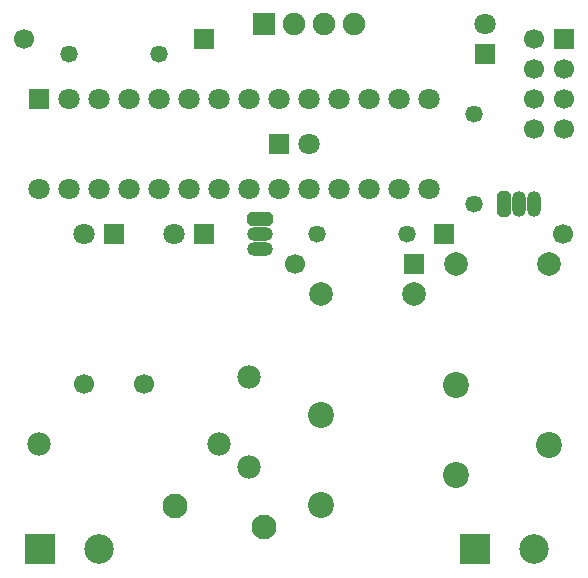
<source format=gbr>
G04 DipTrace 3.0.0.2*
G04 TopMask.gbr*
%MOIN*%
G04 #@! TF.FileFunction,Soldermask,Top*
G04 #@! TF.Part,Single*
%AMOUTLINE1*
4,1,8,
-0.023622,-0.031158,
-0.011473,-0.043307,
0.011473,-0.043307,
0.023622,-0.031158,
0.023622,0.031158,
0.011473,0.043307,
-0.011473,0.043307,
-0.023622,0.031158,
-0.023622,-0.031158,
0*%
%AMOUTLINE4*
4,1,8,
-0.031158,0.023622,
-0.043307,0.011473,
-0.043307,-0.011473,
-0.031158,-0.023622,
0.031158,-0.023622,
0.043307,-0.011473,
0.043307,0.011473,
0.031158,0.023622,
-0.031158,0.023622,
0*%
%ADD25C,0.07874*%
%ADD35C,0.074803*%
%ADD36R,0.066929X0.066929*%
%ADD37C,0.066929*%
%ADD52R,0.074803X0.074803*%
%ADD53C,0.082677*%
%ADD58C,0.077874*%
%ADD60C,0.077874*%
%ADD62C,0.057874*%
%ADD64C,0.057874*%
%ADD66O,0.086614X0.047244*%
%ADD68O,0.047244X0.086614*%
%ADD70C,0.086614*%
%ADD72R,0.098425X0.098425*%
%ADD74C,0.098425*%
%ADD77C,0.070866*%
%ADD79R,0.070866X0.070866*%
%ADD86OUTLINE1*%
%ADD89OUTLINE4*%
%FSLAX26Y26*%
G04*
G70*
G90*
G75*
G01*
G04 TopMask*
%LPD*%
D79*
X793701Y1593701D3*
D77*
X693701D3*
X993701D3*
D79*
X1093701D3*
D77*
X1443701Y1893701D3*
D79*
X1343701D3*
X2031201Y2193701D3*
D77*
Y2293701D3*
D36*
X1893701Y1593701D3*
D37*
X2291339D3*
D36*
X1793701Y1493701D3*
D37*
X1396063D3*
D36*
X1093701Y2243701D3*
D37*
X693701Y1093701D3*
X893701D3*
X493701Y2243701D3*
D74*
X743701Y543701D3*
D72*
X546850D3*
D74*
X2193701D3*
D72*
X1996850D3*
D25*
X1793701Y1393701D3*
X1481890D3*
D70*
Y990551D3*
Y690551D3*
D25*
X2243701Y1493701D3*
X1931890D3*
D70*
Y1090551D3*
Y790551D3*
X2243701Y890551D3*
D36*
X2293701Y2243701D3*
D37*
X2193701D3*
X2293701Y2143701D3*
X2193701D3*
X2293701Y2043701D3*
X2193701D3*
X2293701Y1943701D3*
X2193701D3*
D86*
X2093701Y1693701D3*
D68*
X2143701D3*
X2193701D3*
D89*
X1281201Y1643701D3*
D66*
Y1593701D3*
Y1543701D3*
D64*
X1468701Y1593701D3*
D62*
X1768701D3*
D64*
X1993701Y1693701D3*
D62*
Y1993701D3*
D64*
X643701Y2193701D3*
D62*
X943701D3*
D60*
X1243701Y1118701D3*
D58*
Y818701D3*
D60*
X543701Y893701D3*
D58*
X1143701D3*
D79*
X543701Y2043701D3*
D77*
X643701D3*
X743701D3*
X843701D3*
X943701D3*
X1043701D3*
X1143701D3*
X1243701D3*
X1343701D3*
X1443701D3*
X1543701D3*
X1643701D3*
X1743701D3*
X1843701D3*
Y1743701D3*
X1743701D3*
X1643701D3*
X1543701D3*
X1443701D3*
X1343701D3*
X1243701D3*
X1143701D3*
X1043701D3*
X943701D3*
X843701D3*
X743701D3*
X643701D3*
X543701D3*
D53*
X1293701Y618701D3*
X998425Y689567D3*
D52*
X1293701Y2293701D3*
D35*
X1393701D3*
X1493701D3*
X1593701D3*
M02*

</source>
